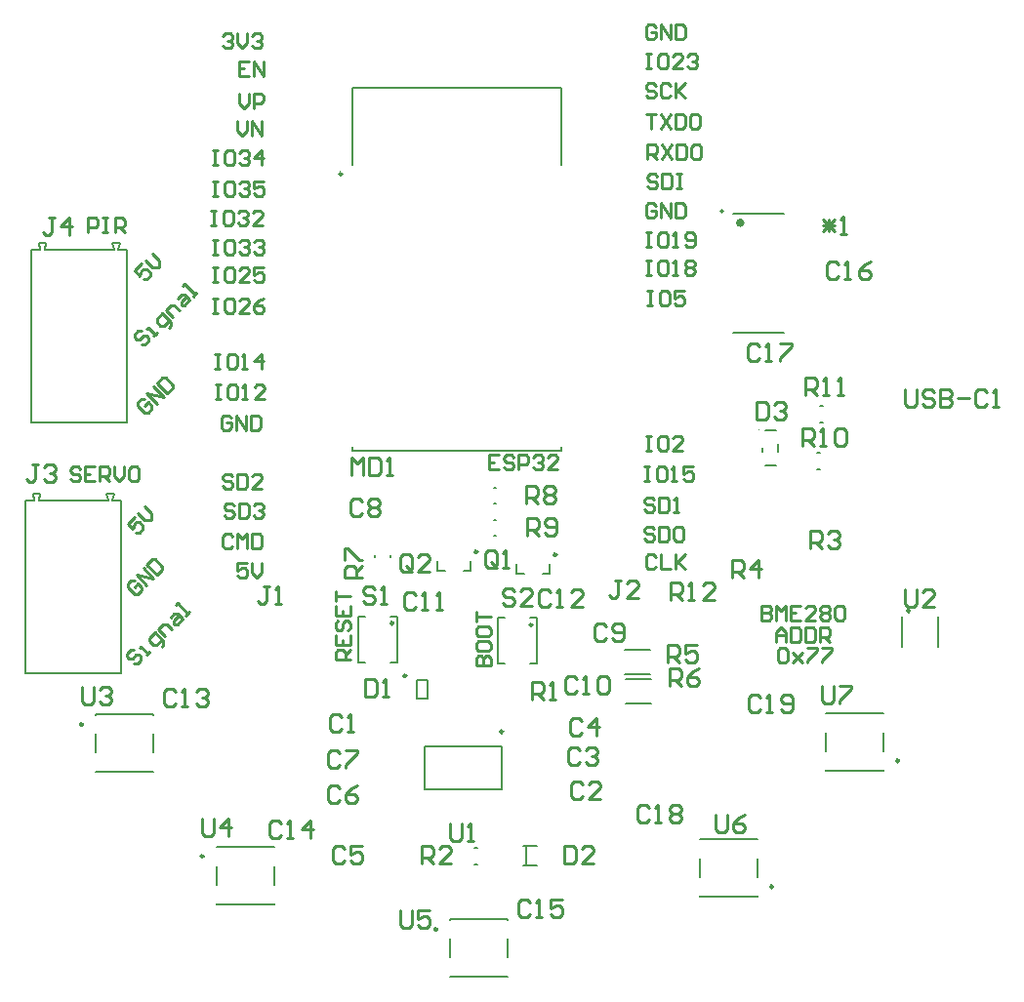
<source format=gto>
G04*
G04 #@! TF.GenerationSoftware,Altium Limited,Altium Designer,23.3.1 (30)*
G04*
G04 Layer_Color=65535*
%FSLAX44Y44*%
%MOMM*%
G71*
G04*
G04 #@! TF.SameCoordinates,11343DF2-346A-4928-BBB7-4E1EB81EA5CC*
G04*
G04*
G04 #@! TF.FilePolarity,Positive*
G04*
G01*
G75*
%ADD10C,0.2500*%
%ADD11C,0.2000*%
%ADD12C,0.3000*%
%ADD13C,0.1000*%
%ADD14C,0.2540*%
D10*
X993070Y877410D02*
G03*
X993070Y877410I-1250J0D01*
G01*
X807030Y1207820D02*
G03*
X807030Y1207820I-1250J0D01*
G01*
X582240Y730240D02*
G03*
X582240Y730240I-1250J0D01*
G01*
X1299600Y828760D02*
G03*
X1299600Y828760I-1250J0D01*
G01*
X686957Y615721D02*
G03*
X686957Y615721I-1250J0D01*
G01*
X889580Y552440D02*
G03*
X889580Y552440I-1250J0D01*
G01*
X1290070Y698520D02*
G03*
X1290070Y698520I-1250J0D01*
G01*
X862800Y772330D02*
G03*
X862800Y772330I-1250J0D01*
G01*
X972100Y816640D02*
G03*
X972100Y816640I-1250J0D01*
G01*
X1180850Y589280D02*
G03*
X1180850Y589280I-1250J0D01*
G01*
X946610Y723900D02*
G03*
X946610Y723900I-1250J0D01*
G01*
X851450Y817910D02*
G03*
X851450Y817910I-1250J0D01*
G01*
X924490Y879950D02*
G03*
X924490Y879950I-1250J0D01*
G01*
D11*
X1137400Y1175410D02*
G03*
X1137400Y1175410I-1000J0D01*
G01*
X987420Y860910D02*
Y869060D01*
X980820Y860910D02*
X987420D01*
X958220D02*
Y869060D01*
Y860910D02*
X964820D01*
X816280Y1216070D02*
Y1282720D01*
Y967720D02*
Y970970D01*
Y967720D02*
X997280D01*
Y1216070D02*
Y1282720D01*
Y967720D02*
Y970970D01*
X816280Y1282720D02*
X997280D01*
X593490Y738740D02*
X643490D01*
X593490Y688740D02*
X643490D01*
X593490D02*
Y689240D01*
X643490Y688740D02*
Y689240D01*
Y738240D02*
Y738740D01*
X593490Y738240D02*
Y738740D01*
Y705740D02*
Y721740D01*
X643490Y705740D02*
Y721740D01*
X544040Y924630D02*
X604040D01*
X532540D02*
X540040D01*
X544040D02*
X545290Y930630D01*
X538790D02*
X540040Y924630D01*
X538790Y930630D02*
X545290D01*
X608040Y924630D02*
X615540D01*
X608040D02*
X609290Y930630D01*
X602790D02*
X604040Y924630D01*
X602790Y930630D02*
X609290D01*
X532540Y774630D02*
X615540D01*
X532540D02*
Y924630D01*
X615540Y774630D02*
Y924630D01*
X549120Y1141800D02*
X609120D01*
X537620D02*
X545120D01*
X549120D02*
X550370Y1147800D01*
X543870D02*
X545120Y1141800D01*
X543870Y1147800D02*
X550370D01*
X613120Y1141800D02*
X620620D01*
X613120D02*
X614370Y1147800D01*
X607870D02*
X609120Y1141800D01*
X607870Y1147800D02*
X614370D01*
X537620Y991800D02*
X620620D01*
X537620D02*
Y1141800D01*
X620620Y991800D02*
Y1141800D01*
X1323600Y797260D02*
Y823260D01*
X1292600Y797260D02*
Y823260D01*
X1219220Y965850D02*
X1221720D01*
X1219220Y951850D02*
X1221720D01*
X938800Y907180D02*
X940800D01*
X938800Y893680D02*
X940800D01*
X698207Y624221D02*
X748207D01*
X698207Y574221D02*
X748207D01*
X698207D02*
Y574721D01*
X748207Y574221D02*
Y574721D01*
Y623721D02*
Y624221D01*
X698207Y623721D02*
Y624221D01*
Y591221D02*
Y607221D01*
X748207Y591221D02*
Y607221D01*
X950830Y527940D02*
Y543940D01*
X900830Y527940D02*
Y543940D01*
Y560440D02*
Y560940D01*
X950830Y560440D02*
Y560940D01*
Y510940D02*
Y511440D01*
X900830Y510940D02*
Y511440D01*
Y510940D02*
X950830D01*
X900830Y560940D02*
X950830D01*
X1226320Y707020D02*
Y723020D01*
X1276320Y707020D02*
Y723020D01*
Y690020D02*
Y690520D01*
X1226320Y690020D02*
Y690520D01*
Y739520D02*
Y740020D01*
X1276320Y739520D02*
Y740020D01*
X1226320D02*
X1276320D01*
X1226320Y690020D02*
X1276320D01*
X964280Y624450D02*
X976280D01*
X964280Y607450D02*
X976280D01*
X967030Y608200D02*
Y623700D01*
X922040Y622950D02*
X924540D01*
X922040Y608950D02*
X924540D01*
X871800Y752480D02*
X880800D01*
X871800Y768980D02*
X880800D01*
X871800Y752480D02*
Y768980D01*
X880800Y752480D02*
Y768980D01*
X1146400Y1172910D02*
X1190400D01*
X1146400Y1069910D02*
X1190400D01*
X941850Y782640D02*
Y822640D01*
Y782640D02*
X947850D01*
X941850Y822640D02*
X947850D01*
X975850Y782640D02*
Y822640D01*
X969850D02*
X975850D01*
X969850Y782640D02*
X975850D01*
X1117100Y597780D02*
Y613780D01*
X1167100Y597780D02*
Y613780D01*
Y580780D02*
Y581280D01*
X1117100Y580780D02*
Y581280D01*
Y630280D02*
Y630780D01*
X1167100Y630280D02*
Y630780D01*
X1117100D02*
X1167100D01*
X1117100Y580780D02*
X1167100D01*
X878360Y710650D02*
X945360D01*
X878360Y673650D02*
X945360D01*
Y710650D01*
X878360Y673650D02*
Y710650D01*
X821200Y783910D02*
Y823910D01*
Y783910D02*
X827200D01*
X821200Y823910D02*
X827200D01*
X855200Y783910D02*
Y823910D01*
X849200D02*
X855200D01*
X849200Y783910D02*
X855200D01*
X889640Y863450D02*
X896240D01*
X889640D02*
Y871600D01*
X912240Y863450D02*
X918840D01*
Y871600D01*
X938800Y935120D02*
X940800D01*
X938800Y921620D02*
X940800D01*
X848760Y875300D02*
Y877300D01*
X835260Y875300D02*
Y877300D01*
X1053260Y748030D02*
X1075260D01*
X1053260Y769530D02*
X1075260D01*
X1051990Y773430D02*
X1073990D01*
X1051990Y794930D02*
X1073990D01*
X1221760Y992490D02*
X1224260D01*
X1221760Y1006490D02*
X1224260D01*
X1174060Y985280D02*
X1183060D01*
X1174060Y955280D02*
X1183060D01*
X1171560Y966780D02*
Y969780D01*
X1185560Y966780D02*
Y973780D01*
D12*
X1154400Y1165410D02*
G03*
X1154400Y1165410I-2000J0D01*
G01*
D13*
X1169060Y985780D02*
G03*
X1169060Y985780I-500J0D01*
G01*
D14*
X1079074Y875450D02*
X1076958Y877566D01*
X1072726D01*
X1070610Y875450D01*
Y866986D01*
X1072726Y864870D01*
X1076958D01*
X1079074Y866986D01*
X1083306Y877566D02*
Y864870D01*
X1091770D01*
X1096002Y877566D02*
Y864870D01*
Y869102D01*
X1104466Y877566D01*
X1098118Y871218D01*
X1104466Y864870D01*
X586740Y1156970D02*
Y1169666D01*
X593088D01*
X595204Y1167550D01*
Y1163318D01*
X593088Y1161202D01*
X586740D01*
X599436Y1169666D02*
X603668D01*
X601552D01*
Y1156970D01*
X599436D01*
X603668D01*
X610016D02*
Y1169666D01*
X616364D01*
X618480Y1167550D01*
Y1163318D01*
X616364Y1161202D01*
X610016D01*
X614248D02*
X618480Y1156970D01*
X703580Y1327570D02*
X705696Y1329686D01*
X709928D01*
X712044Y1327570D01*
Y1325454D01*
X709928Y1323338D01*
X707812D01*
X709928D01*
X712044Y1321222D01*
Y1319106D01*
X709928Y1316990D01*
X705696D01*
X703580Y1319106D01*
X716276Y1329686D02*
Y1321222D01*
X720508Y1316990D01*
X724740Y1321222D01*
Y1329686D01*
X728972Y1327570D02*
X731088Y1329686D01*
X735320D01*
X737436Y1327570D01*
Y1325454D01*
X735320Y1323338D01*
X733204D01*
X735320D01*
X737436Y1321222D01*
Y1319106D01*
X735320Y1316990D01*
X731088D01*
X728972Y1319106D01*
X694690Y1126486D02*
X698922D01*
X696806D01*
Y1113790D01*
X694690D01*
X698922D01*
X711618Y1126486D02*
X707386D01*
X705270Y1124370D01*
Y1115906D01*
X707386Y1113790D01*
X711618D01*
X713734Y1115906D01*
Y1124370D01*
X711618Y1126486D01*
X726430Y1113790D02*
X717966D01*
X726430Y1122254D01*
Y1124370D01*
X724314Y1126486D01*
X720082D01*
X717966Y1124370D01*
X739126Y1126486D02*
X730662D01*
Y1120138D01*
X734894Y1122254D01*
X737010D01*
X739126Y1120138D01*
Y1115906D01*
X737010Y1113790D01*
X732778D01*
X730662Y1115906D01*
X626701Y794751D02*
X623709Y794751D01*
X620716Y791758D01*
Y788766D01*
X622213Y787269D01*
X625205D01*
X628198Y790262D01*
X631190Y790262D01*
X632686Y788766D01*
X632686Y785773D01*
X629694Y782781D01*
X626701D01*
X637175Y790262D02*
X640167Y793254D01*
X638671Y791758D01*
X632686Y797743D01*
X631190Y796247D01*
X650641Y797743D02*
X652137Y799239D01*
Y802232D01*
X644656Y809713D01*
X640167Y805224D01*
X640167Y802232D01*
X643160Y799239D01*
X646152D01*
X650641Y803728D01*
X653633Y806720D02*
X647648Y812705D01*
X652137Y817194D01*
X655130D01*
X659618Y812705D01*
X658122Y823179D02*
X661115Y826171D01*
X664107D01*
X668596Y821683D01*
X664107Y817194D01*
X661115D01*
X661115Y820186D01*
X665603Y824675D01*
X671588Y824675D02*
X674581Y827667D01*
X673084Y826171D01*
X664107Y835149D01*
X662611Y833652D01*
X1184910Y794170D02*
X1187026Y796286D01*
X1191258D01*
X1193374Y794170D01*
Y785706D01*
X1191258Y783590D01*
X1187026D01*
X1184910Y785706D01*
Y794170D01*
X1197606Y792054D02*
X1206070Y783590D01*
X1201838Y787822D01*
X1206070Y792054D01*
X1197606Y783590D01*
X1210302Y796286D02*
X1218766D01*
Y794170D01*
X1210302Y785706D01*
Y783590D01*
X1222998Y796286D02*
X1231462D01*
Y794170D01*
X1222998Y785706D01*
Y783590D01*
X1183640Y801370D02*
Y809834D01*
X1187872Y814066D01*
X1192104Y809834D01*
Y801370D01*
Y807718D01*
X1183640D01*
X1196336Y814066D02*
Y801370D01*
X1202684D01*
X1204800Y803486D01*
Y811950D01*
X1202684Y814066D01*
X1196336D01*
X1209032D02*
Y801370D01*
X1215380D01*
X1217496Y803486D01*
Y811950D01*
X1215380Y814066D01*
X1209032D01*
X1221728Y801370D02*
Y814066D01*
X1228076D01*
X1230192Y811950D01*
Y807718D01*
X1228076Y805602D01*
X1221728D01*
X1225960D02*
X1230192Y801370D01*
X814070Y786130D02*
X801374D01*
Y792478D01*
X803490Y794594D01*
X807722D01*
X809838Y792478D01*
Y786130D01*
Y790362D02*
X814070Y794594D01*
X801374Y807290D02*
Y798826D01*
X814070D01*
Y807290D01*
X807722Y798826D02*
Y803058D01*
X803490Y819986D02*
X801374Y817870D01*
Y813638D01*
X803490Y811522D01*
X805606D01*
X807722Y813638D01*
Y817870D01*
X809838Y819986D01*
X811954D01*
X814070Y817870D01*
Y813638D01*
X811954Y811522D01*
X801374Y832682D02*
Y824218D01*
X814070D01*
Y832682D01*
X807722Y824218D02*
Y828450D01*
X801374Y836914D02*
Y845378D01*
Y841145D01*
X814070D01*
X943184Y963926D02*
X934720D01*
Y951230D01*
X943184D01*
X934720Y957578D02*
X938952D01*
X955880Y961810D02*
X953764Y963926D01*
X949532D01*
X947416Y961810D01*
Y959694D01*
X949532Y957578D01*
X953764D01*
X955880Y955462D01*
Y953346D01*
X953764Y951230D01*
X949532D01*
X947416Y953346D01*
X960112Y951230D02*
Y963926D01*
X966460D01*
X968576Y961810D01*
Y957578D01*
X966460Y955462D01*
X960112D01*
X972808Y961810D02*
X974924Y963926D01*
X979156D01*
X981272Y961810D01*
Y959694D01*
X979156Y957578D01*
X977040D01*
X979156D01*
X981272Y955462D01*
Y953346D01*
X979156Y951230D01*
X974924D01*
X972808Y953346D01*
X993968Y951230D02*
X985503D01*
X993968Y959694D01*
Y961810D01*
X991852Y963926D01*
X987619D01*
X985503Y961810D01*
X579964Y951650D02*
X577848Y953766D01*
X573616D01*
X571500Y951650D01*
Y949534D01*
X573616Y947418D01*
X577848D01*
X579964Y945302D01*
Y943186D01*
X577848Y941070D01*
X573616D01*
X571500Y943186D01*
X592660Y953766D02*
X584196D01*
Y941070D01*
X592660D01*
X584196Y947418D02*
X588428D01*
X596892Y941070D02*
Y953766D01*
X603240D01*
X605356Y951650D01*
Y947418D01*
X603240Y945302D01*
X596892D01*
X601124D02*
X605356Y941070D01*
X609588Y953766D02*
Y945302D01*
X613820Y941070D01*
X618052Y945302D01*
Y953766D01*
X628632D02*
X624399D01*
X622284Y951650D01*
Y943186D01*
X624399Y941070D01*
X628632D01*
X630747Y943186D01*
Y951650D01*
X628632Y953766D01*
X626927Y910094D02*
X620943Y904109D01*
X625431Y899621D01*
X626927Y904109D01*
X628424Y905606D01*
X631416D01*
X634409Y902613D01*
X634409Y899621D01*
X631416Y896628D01*
X628424D01*
X629920Y913087D02*
X635905Y907102D01*
X641890D01*
Y913087D01*
X635905Y919072D01*
X627154Y855258D02*
X624161Y855258D01*
X621169Y852266D01*
Y849273D01*
X627154Y843288D01*
X630146D01*
X633139Y846281D01*
X633139Y849273D01*
X630146Y852266D01*
X627154Y849273D01*
X637627Y850770D02*
X628650Y859747D01*
X643612Y856754D01*
X634635Y865732D01*
X637627Y868724D02*
X646605Y859747D01*
X651093Y864236D01*
X651093Y867228D01*
X645108Y873213D01*
X642116Y873213D01*
X637627Y868724D01*
X633051Y1071611D02*
X630059Y1071611D01*
X627066Y1068618D01*
Y1065626D01*
X628563Y1064129D01*
X631555D01*
X634548Y1067122D01*
X637540Y1067122D01*
X639036Y1065626D01*
X639036Y1062633D01*
X636044Y1059641D01*
X633051D01*
X643525Y1067122D02*
X646517Y1070114D01*
X645021Y1068618D01*
X639036Y1074603D01*
X637540Y1073107D01*
X656991Y1074603D02*
X658487Y1076099D01*
Y1079092D01*
X651006Y1086573D01*
X646517Y1082084D01*
X646517Y1079092D01*
X649510Y1076099D01*
X652502D01*
X656991Y1080588D01*
X659983Y1083580D02*
X653998Y1089565D01*
X658487Y1094054D01*
X661480D01*
X665968Y1089565D01*
X664472Y1100039D02*
X667465Y1103031D01*
X670457D01*
X674946Y1098543D01*
X670457Y1094054D01*
X667465D01*
X667465Y1097046D01*
X671953Y1101535D01*
X677938Y1101535D02*
X680930Y1104528D01*
X679434Y1103031D01*
X670457Y1112009D01*
X668961Y1110512D01*
X636044Y1012738D02*
X633051Y1012738D01*
X630059Y1009746D01*
Y1006753D01*
X636044Y1000768D01*
X639036D01*
X642029Y1003761D01*
X642029Y1006753D01*
X639036Y1009746D01*
X636044Y1006753D01*
X646517Y1008250D02*
X637540Y1017227D01*
X652502Y1014234D01*
X643525Y1023212D01*
X646517Y1026204D02*
X655495Y1017227D01*
X659983Y1021715D01*
X659983Y1024708D01*
X653998Y1030693D01*
X651006Y1030693D01*
X646517Y1026204D01*
X633278Y1129804D02*
X627293Y1123819D01*
X631781Y1119331D01*
X633278Y1123820D01*
X634774Y1125316D01*
X637766D01*
X640759Y1122323D01*
X640759Y1119331D01*
X637766Y1116338D01*
X634774D01*
X636270Y1132797D02*
X642255Y1126812D01*
X648240D01*
Y1132797D01*
X642255Y1138782D01*
X1170940Y833116D02*
Y820420D01*
X1177288D01*
X1179404Y822536D01*
Y824652D01*
X1177288Y826768D01*
X1170940D01*
X1177288D01*
X1179404Y828884D01*
Y831000D01*
X1177288Y833116D01*
X1170940D01*
X1183636Y820420D02*
Y833116D01*
X1187868Y828884D01*
X1192100Y833116D01*
Y820420D01*
X1204796Y833116D02*
X1196332D01*
Y820420D01*
X1204796D01*
X1196332Y826768D02*
X1200564D01*
X1217492Y820420D02*
X1209028D01*
X1217492Y828884D01*
Y831000D01*
X1215376Y833116D01*
X1211144D01*
X1209028Y831000D01*
X1221723D02*
X1223839Y833116D01*
X1228072D01*
X1230188Y831000D01*
Y828884D01*
X1228072Y826768D01*
X1230188Y824652D01*
Y822536D01*
X1228072Y820420D01*
X1223839D01*
X1221723Y822536D01*
Y824652D01*
X1223839Y826768D01*
X1221723Y828884D01*
Y831000D01*
X1223839Y826768D02*
X1228072D01*
X1234419Y831000D02*
X1236535Y833116D01*
X1240767D01*
X1242883Y831000D01*
Y822536D01*
X1240767Y820420D01*
X1236535D01*
X1234419Y822536D01*
Y831000D01*
X726014Y1305556D02*
X717550D01*
Y1292860D01*
X726014D01*
X717550Y1299208D02*
X721782D01*
X730246Y1292860D02*
Y1305556D01*
X738710Y1292860D01*
Y1305556D01*
X717550Y1277616D02*
Y1269152D01*
X721782Y1264920D01*
X726014Y1269152D01*
Y1277616D01*
X730246Y1264920D02*
Y1277616D01*
X736594D01*
X738710Y1275500D01*
Y1271268D01*
X736594Y1269152D01*
X730246D01*
X716280Y1253486D02*
Y1245022D01*
X720512Y1240790D01*
X724744Y1245022D01*
Y1253486D01*
X728976Y1240790D02*
Y1253486D01*
X737440Y1240790D01*
Y1253486D01*
X694690Y1228086D02*
X698922D01*
X696806D01*
Y1215390D01*
X694690D01*
X698922D01*
X711618Y1228086D02*
X707386D01*
X705270Y1225970D01*
Y1217506D01*
X707386Y1215390D01*
X711618D01*
X713734Y1217506D01*
Y1225970D01*
X711618Y1228086D01*
X717966Y1225970D02*
X720082Y1228086D01*
X724314D01*
X726430Y1225970D01*
Y1223854D01*
X724314Y1221738D01*
X722198D01*
X724314D01*
X726430Y1219622D01*
Y1217506D01*
X724314Y1215390D01*
X720082D01*
X717966Y1217506D01*
X737010Y1215390D02*
Y1228086D01*
X730662Y1221738D01*
X739126D01*
X694690Y1201416D02*
X698922D01*
X696806D01*
Y1188720D01*
X694690D01*
X698922D01*
X711618Y1201416D02*
X707386D01*
X705270Y1199300D01*
Y1190836D01*
X707386Y1188720D01*
X711618D01*
X713734Y1190836D01*
Y1199300D01*
X711618Y1201416D01*
X717966Y1199300D02*
X720082Y1201416D01*
X724314D01*
X726430Y1199300D01*
Y1197184D01*
X724314Y1195068D01*
X722198D01*
X724314D01*
X726430Y1192952D01*
Y1190836D01*
X724314Y1188720D01*
X720082D01*
X717966Y1190836D01*
X739126Y1201416D02*
X730662D01*
Y1195068D01*
X734894Y1197184D01*
X737010D01*
X739126Y1195068D01*
Y1190836D01*
X737010Y1188720D01*
X732778D01*
X730662Y1190836D01*
X693420Y1176016D02*
X697652D01*
X695536D01*
Y1163320D01*
X693420D01*
X697652D01*
X710348Y1176016D02*
X706116D01*
X704000Y1173900D01*
Y1165436D01*
X706116Y1163320D01*
X710348D01*
X712464Y1165436D01*
Y1173900D01*
X710348Y1176016D01*
X716696Y1173900D02*
X718812Y1176016D01*
X723044D01*
X725160Y1173900D01*
Y1171784D01*
X723044Y1169668D01*
X720928D01*
X723044D01*
X725160Y1167552D01*
Y1165436D01*
X723044Y1163320D01*
X718812D01*
X716696Y1165436D01*
X737856Y1163320D02*
X729392D01*
X737856Y1171784D01*
Y1173900D01*
X735740Y1176016D01*
X731508D01*
X729392Y1173900D01*
X694690Y1150616D02*
X698922D01*
X696806D01*
Y1137920D01*
X694690D01*
X698922D01*
X711618Y1150616D02*
X707386D01*
X705270Y1148500D01*
Y1140036D01*
X707386Y1137920D01*
X711618D01*
X713734Y1140036D01*
Y1148500D01*
X711618Y1150616D01*
X717966Y1148500D02*
X720082Y1150616D01*
X724314D01*
X726430Y1148500D01*
Y1146384D01*
X724314Y1144268D01*
X722198D01*
X724314D01*
X726430Y1142152D01*
Y1140036D01*
X724314Y1137920D01*
X720082D01*
X717966Y1140036D01*
X730662Y1148500D02*
X732778Y1150616D01*
X737010D01*
X739126Y1148500D01*
Y1146384D01*
X737010Y1144268D01*
X734894D01*
X737010D01*
X739126Y1142152D01*
Y1140036D01*
X737010Y1137920D01*
X732778D01*
X730662Y1140036D01*
X694690Y1099816D02*
X698922D01*
X696806D01*
Y1087120D01*
X694690D01*
X698922D01*
X711618Y1099816D02*
X707386D01*
X705270Y1097700D01*
Y1089236D01*
X707386Y1087120D01*
X711618D01*
X713734Y1089236D01*
Y1097700D01*
X711618Y1099816D01*
X726430Y1087120D02*
X717966D01*
X726430Y1095584D01*
Y1097700D01*
X724314Y1099816D01*
X720082D01*
X717966Y1097700D01*
X739126Y1099816D02*
X734894Y1097700D01*
X730662Y1093468D01*
Y1089236D01*
X732778Y1087120D01*
X737010D01*
X739126Y1089236D01*
Y1091352D01*
X737010Y1093468D01*
X730662D01*
X696820Y1051626D02*
X701052D01*
X698936D01*
Y1038930D01*
X696820D01*
X701052D01*
X713748Y1051626D02*
X709516D01*
X707400Y1049510D01*
Y1041046D01*
X709516Y1038930D01*
X713748D01*
X715864Y1041046D01*
Y1049510D01*
X713748Y1051626D01*
X720096Y1038930D02*
X724328D01*
X722212D01*
Y1051626D01*
X720096Y1049510D01*
X737024Y1038930D02*
Y1051626D01*
X730676Y1045278D01*
X739140D01*
X697230Y1024886D02*
X701462D01*
X699346D01*
Y1012190D01*
X697230D01*
X701462D01*
X714158Y1024886D02*
X709926D01*
X707810Y1022770D01*
Y1014306D01*
X709926Y1012190D01*
X714158D01*
X716274Y1014306D01*
Y1022770D01*
X714158Y1024886D01*
X720506Y1012190D02*
X724738D01*
X722622D01*
Y1024886D01*
X720506Y1022770D01*
X739550Y1012190D02*
X731086D01*
X739550Y1020654D01*
Y1022770D01*
X737434Y1024886D01*
X733202D01*
X731086Y1022770D01*
X710774Y996100D02*
X708658Y998216D01*
X704426D01*
X702310Y996100D01*
Y987636D01*
X704426Y985520D01*
X708658D01*
X710774Y987636D01*
Y991868D01*
X706542D01*
X715006Y985520D02*
Y998216D01*
X723470Y985520D01*
Y998216D01*
X727702D02*
Y985520D01*
X734050D01*
X736166Y987636D01*
Y996100D01*
X734050Y998216D01*
X727702D01*
X712044Y945300D02*
X709928Y947416D01*
X705696D01*
X703580Y945300D01*
Y943184D01*
X705696Y941068D01*
X709928D01*
X712044Y938952D01*
Y936836D01*
X709928Y934720D01*
X705696D01*
X703580Y936836D01*
X716276Y947416D02*
Y934720D01*
X722624D01*
X724740Y936836D01*
Y945300D01*
X722624Y947416D01*
X716276D01*
X737436Y934720D02*
X728972D01*
X737436Y943184D01*
Y945300D01*
X735320Y947416D01*
X731088D01*
X728972Y945300D01*
X713314Y919900D02*
X711198Y922016D01*
X706966D01*
X704850Y919900D01*
Y917784D01*
X706966Y915668D01*
X711198D01*
X713314Y913552D01*
Y911436D01*
X711198Y909320D01*
X706966D01*
X704850Y911436D01*
X717546Y922016D02*
Y909320D01*
X723894D01*
X726010Y911436D01*
Y919900D01*
X723894Y922016D01*
X717546D01*
X730242Y919900D02*
X732358Y922016D01*
X736590D01*
X738706Y919900D01*
Y917784D01*
X736590Y915668D01*
X734474D01*
X736590D01*
X738706Y913552D01*
Y911436D01*
X736590Y909320D01*
X732358D01*
X730242Y911436D01*
X712044Y893230D02*
X709928Y895346D01*
X705696D01*
X703580Y893230D01*
Y884766D01*
X705696Y882650D01*
X709928D01*
X712044Y884766D01*
X716276Y882650D02*
Y895346D01*
X720508Y891114D01*
X724740Y895346D01*
Y882650D01*
X728972Y895346D02*
Y882650D01*
X735320D01*
X737436Y884766D01*
Y893230D01*
X735320Y895346D01*
X728972D01*
X724744Y869946D02*
X716280D01*
Y863598D01*
X720512Y865714D01*
X722628D01*
X724744Y863598D01*
Y859366D01*
X722628Y857250D01*
X718396D01*
X716280Y859366D01*
X728976Y869946D02*
Y861482D01*
X733208Y857250D01*
X737440Y861482D01*
Y869946D01*
X923294Y781050D02*
X935990D01*
Y787398D01*
X933874Y789514D01*
X931758D01*
X929642Y787398D01*
Y781050D01*
Y787398D01*
X927526Y789514D01*
X925410D01*
X923294Y787398D01*
Y781050D01*
Y800094D02*
Y795862D01*
X925410Y793746D01*
X933874D01*
X935990Y795862D01*
Y800094D01*
X933874Y802210D01*
X925410D01*
X923294Y800094D01*
Y812790D02*
Y808558D01*
X925410Y806442D01*
X933874D01*
X935990Y808558D01*
Y812790D01*
X933874Y814906D01*
X925410D01*
X923294Y812790D01*
Y819138D02*
Y827602D01*
Y823370D01*
X935990D01*
X1079074Y1335190D02*
X1076958Y1337306D01*
X1072726D01*
X1070610Y1335190D01*
Y1326726D01*
X1072726Y1324610D01*
X1076958D01*
X1079074Y1326726D01*
Y1330958D01*
X1074842D01*
X1083306Y1324610D02*
Y1337306D01*
X1091770Y1324610D01*
Y1337306D01*
X1096002D02*
Y1324610D01*
X1102350D01*
X1104466Y1326726D01*
Y1335190D01*
X1102350Y1337306D01*
X1096002D01*
X1070610Y1311906D02*
X1074842D01*
X1072726D01*
Y1299210D01*
X1070610D01*
X1074842D01*
X1087538Y1311906D02*
X1083306D01*
X1081190Y1309790D01*
Y1301326D01*
X1083306Y1299210D01*
X1087538D01*
X1089654Y1301326D01*
Y1309790D01*
X1087538Y1311906D01*
X1102350Y1299210D02*
X1093886D01*
X1102350Y1307674D01*
Y1309790D01*
X1100234Y1311906D01*
X1096002D01*
X1093886Y1309790D01*
X1106582D02*
X1108698Y1311906D01*
X1112930D01*
X1115046Y1309790D01*
Y1307674D01*
X1112930Y1305558D01*
X1110814D01*
X1112930D01*
X1115046Y1303442D01*
Y1301326D01*
X1112930Y1299210D01*
X1108698D01*
X1106582Y1301326D01*
X1079074Y1284390D02*
X1076958Y1286506D01*
X1072726D01*
X1070610Y1284390D01*
Y1282274D01*
X1072726Y1280158D01*
X1076958D01*
X1079074Y1278042D01*
Y1275926D01*
X1076958Y1273810D01*
X1072726D01*
X1070610Y1275926D01*
X1091770Y1284390D02*
X1089654Y1286506D01*
X1085422D01*
X1083306Y1284390D01*
Y1275926D01*
X1085422Y1273810D01*
X1089654D01*
X1091770Y1275926D01*
X1096002Y1286506D02*
Y1273810D01*
Y1278042D01*
X1104466Y1286506D01*
X1098118Y1280158D01*
X1104466Y1273810D01*
X1070610Y1259836D02*
X1079074D01*
X1074842D01*
Y1247140D01*
X1083306Y1259836D02*
X1091770Y1247140D01*
Y1259836D02*
X1083306Y1247140D01*
X1096002Y1259836D02*
Y1247140D01*
X1102350D01*
X1104466Y1249256D01*
Y1257720D01*
X1102350Y1259836D01*
X1096002D01*
X1108698Y1257720D02*
X1110814Y1259836D01*
X1115046D01*
X1117162Y1257720D01*
Y1249256D01*
X1115046Y1247140D01*
X1110814D01*
X1108698Y1249256D01*
Y1257720D01*
X1071880Y1220470D02*
Y1233166D01*
X1078228D01*
X1080344Y1231050D01*
Y1226818D01*
X1078228Y1224702D01*
X1071880D01*
X1076112D02*
X1080344Y1220470D01*
X1084576Y1233166D02*
X1093040Y1220470D01*
Y1233166D02*
X1084576Y1220470D01*
X1097272Y1233166D02*
Y1220470D01*
X1103620D01*
X1105736Y1222586D01*
Y1231050D01*
X1103620Y1233166D01*
X1097272D01*
X1109968Y1231050D02*
X1112084Y1233166D01*
X1116316D01*
X1118432Y1231050D01*
Y1222586D01*
X1116316Y1220470D01*
X1112084D01*
X1109968Y1222586D01*
Y1231050D01*
X1080344Y1205650D02*
X1078228Y1207766D01*
X1073996D01*
X1071880Y1205650D01*
Y1203534D01*
X1073996Y1201418D01*
X1078228D01*
X1080344Y1199302D01*
Y1197186D01*
X1078228Y1195070D01*
X1073996D01*
X1071880Y1197186D01*
X1084576Y1207766D02*
Y1195070D01*
X1090924D01*
X1093040Y1197186D01*
Y1205650D01*
X1090924Y1207766D01*
X1084576D01*
X1097272D02*
X1101504D01*
X1099388D01*
Y1195070D01*
X1097272D01*
X1101504D01*
X1079074Y1180250D02*
X1076958Y1182366D01*
X1072726D01*
X1070610Y1180250D01*
Y1171786D01*
X1072726Y1169670D01*
X1076958D01*
X1079074Y1171786D01*
Y1176018D01*
X1074842D01*
X1083306Y1169670D02*
Y1182366D01*
X1091770Y1169670D01*
Y1182366D01*
X1096002D02*
Y1169670D01*
X1102350D01*
X1104466Y1171786D01*
Y1180250D01*
X1102350Y1182366D01*
X1096002D01*
X1070610Y1156966D02*
X1074842D01*
X1072726D01*
Y1144270D01*
X1070610D01*
X1074842D01*
X1087538Y1156966D02*
X1083306D01*
X1081190Y1154850D01*
Y1146386D01*
X1083306Y1144270D01*
X1087538D01*
X1089654Y1146386D01*
Y1154850D01*
X1087538Y1156966D01*
X1093886Y1144270D02*
X1098118D01*
X1096002D01*
Y1156966D01*
X1093886Y1154850D01*
X1104466Y1146386D02*
X1106582Y1144270D01*
X1110814D01*
X1112930Y1146386D01*
Y1154850D01*
X1110814Y1156966D01*
X1106582D01*
X1104466Y1154850D01*
Y1152734D01*
X1106582Y1150618D01*
X1112930D01*
X1070610Y1132836D02*
X1074842D01*
X1072726D01*
Y1120140D01*
X1070610D01*
X1074842D01*
X1087538Y1132836D02*
X1083306D01*
X1081190Y1130720D01*
Y1122256D01*
X1083306Y1120140D01*
X1087538D01*
X1089654Y1122256D01*
Y1130720D01*
X1087538Y1132836D01*
X1093886Y1120140D02*
X1098118D01*
X1096002D01*
Y1132836D01*
X1093886Y1130720D01*
X1104466D02*
X1106582Y1132836D01*
X1110814D01*
X1112930Y1130720D01*
Y1128604D01*
X1110814Y1126488D01*
X1112930Y1124372D01*
Y1122256D01*
X1110814Y1120140D01*
X1106582D01*
X1104466Y1122256D01*
Y1124372D01*
X1106582Y1126488D01*
X1104466Y1128604D01*
Y1130720D01*
X1106582Y1126488D02*
X1110814D01*
X1071880Y1106166D02*
X1076112D01*
X1073996D01*
Y1093470D01*
X1071880D01*
X1076112D01*
X1088808Y1106166D02*
X1084576D01*
X1082460Y1104050D01*
Y1095586D01*
X1084576Y1093470D01*
X1088808D01*
X1090924Y1095586D01*
Y1104050D01*
X1088808Y1106166D01*
X1103620D02*
X1095156D01*
Y1099818D01*
X1099388Y1101934D01*
X1101504D01*
X1103620Y1099818D01*
Y1095586D01*
X1101504Y1093470D01*
X1097272D01*
X1095156Y1095586D01*
X1070610Y980436D02*
X1074842D01*
X1072726D01*
Y967740D01*
X1070610D01*
X1074842D01*
X1087538Y980436D02*
X1083306D01*
X1081190Y978320D01*
Y969856D01*
X1083306Y967740D01*
X1087538D01*
X1089654Y969856D01*
Y978320D01*
X1087538Y980436D01*
X1102350Y967740D02*
X1093886D01*
X1102350Y976204D01*
Y978320D01*
X1100234Y980436D01*
X1096002D01*
X1093886Y978320D01*
X1069340Y953766D02*
X1073572D01*
X1071456D01*
Y941070D01*
X1069340D01*
X1073572D01*
X1086268Y953766D02*
X1082036D01*
X1079920Y951650D01*
Y943186D01*
X1082036Y941070D01*
X1086268D01*
X1088384Y943186D01*
Y951650D01*
X1086268Y953766D01*
X1092616Y941070D02*
X1096848D01*
X1094732D01*
Y953766D01*
X1092616Y951650D01*
X1111660Y953766D02*
X1103196D01*
Y947418D01*
X1107428Y949534D01*
X1109544D01*
X1111660Y947418D01*
Y943186D01*
X1109544Y941070D01*
X1105312D01*
X1103196Y943186D01*
X1077804Y924980D02*
X1075688Y927096D01*
X1071456D01*
X1069340Y924980D01*
Y922864D01*
X1071456Y920748D01*
X1075688D01*
X1077804Y918632D01*
Y916516D01*
X1075688Y914400D01*
X1071456D01*
X1069340Y916516D01*
X1082036Y927096D02*
Y914400D01*
X1088384D01*
X1090500Y916516D01*
Y924980D01*
X1088384Y927096D01*
X1082036D01*
X1094732Y914400D02*
X1098964D01*
X1096848D01*
Y927096D01*
X1094732Y924980D01*
X1077804Y899580D02*
X1075688Y901696D01*
X1071456D01*
X1069340Y899580D01*
Y897464D01*
X1071456Y895348D01*
X1075688D01*
X1077804Y893232D01*
Y891116D01*
X1075688Y889000D01*
X1071456D01*
X1069340Y891116D01*
X1082036Y901696D02*
Y889000D01*
X1088384D01*
X1090500Y891116D01*
Y899580D01*
X1088384Y901696D01*
X1082036D01*
X1094732Y899580D02*
X1096848Y901696D01*
X1101080D01*
X1103196Y899580D01*
Y891116D01*
X1101080Y889000D01*
X1096848D01*
X1094732Y891116D01*
Y899580D01*
X1295413Y1021077D02*
Y1008382D01*
X1297952Y1005843D01*
X1303031D01*
X1305570Y1008382D01*
Y1021077D01*
X1320805Y1018538D02*
X1318266Y1021077D01*
X1313187D01*
X1310648Y1018538D01*
Y1015999D01*
X1313187Y1013460D01*
X1318266D01*
X1320805Y1010921D01*
Y1008382D01*
X1318266Y1005843D01*
X1313187D01*
X1310648Y1008382D01*
X1325883Y1021077D02*
Y1005843D01*
X1333501D01*
X1336040Y1008382D01*
Y1010921D01*
X1333501Y1013460D01*
X1325883D01*
X1333501D01*
X1336040Y1015999D01*
Y1018538D01*
X1333501Y1021077D01*
X1325883D01*
X1341118Y1013460D02*
X1351275D01*
X1366510Y1018538D02*
X1363971Y1021077D01*
X1358893D01*
X1356353Y1018538D01*
Y1008382D01*
X1358893Y1005843D01*
X1363971D01*
X1366510Y1008382D01*
X1371588Y1005843D02*
X1376667D01*
X1374128D01*
Y1021077D01*
X1371588Y1018538D01*
X1223384Y763278D02*
Y750582D01*
X1225923Y748043D01*
X1231002D01*
X1233541Y750582D01*
Y763278D01*
X1238619D02*
X1248776D01*
Y760738D01*
X1238619Y750582D01*
Y748043D01*
X1130674Y651497D02*
Y638802D01*
X1133213Y636263D01*
X1138292D01*
X1140831Y638802D01*
Y651497D01*
X1156066D02*
X1150987Y648958D01*
X1145909Y643880D01*
Y638802D01*
X1148448Y636263D01*
X1153527D01*
X1156066Y638802D01*
Y641341D01*
X1153527Y643880D01*
X1145909D01*
X857254Y568957D02*
Y556262D01*
X859793Y553722D01*
X864872D01*
X867411Y556262D01*
Y568957D01*
X882646D02*
X872489D01*
Y561340D01*
X877568Y563879D01*
X880107D01*
X882646Y561340D01*
Y556262D01*
X880107Y553722D01*
X875028D01*
X872489Y556262D01*
X685800Y648203D02*
Y635507D01*
X688339Y632968D01*
X693418D01*
X695957Y635507D01*
Y648203D01*
X708653Y632968D02*
Y648203D01*
X701035Y640585D01*
X711192D01*
X581152Y762757D02*
Y750061D01*
X583691Y747522D01*
X588769D01*
X591309Y750061D01*
Y762757D01*
X596387Y760218D02*
X598926Y762757D01*
X604005D01*
X606544Y760218D01*
Y757679D01*
X604005Y755139D01*
X601465D01*
X604005D01*
X606544Y752600D01*
Y750061D01*
X604005Y747522D01*
X598926D01*
X596387Y750061D01*
X1295404Y847087D02*
Y834392D01*
X1297943Y831852D01*
X1303022D01*
X1305561Y834392D01*
Y847087D01*
X1320796Y831852D02*
X1310639D01*
X1320796Y842009D01*
Y844548D01*
X1318257Y847087D01*
X1313178D01*
X1310639Y844548D01*
X900433Y643887D02*
Y631192D01*
X902972Y628652D01*
X908051D01*
X910590Y631192D01*
Y643887D01*
X915668Y628652D02*
X920747D01*
X918208D01*
Y643887D01*
X915668Y641348D01*
X956311Y845818D02*
X953772Y848357D01*
X948693D01*
X946154Y845818D01*
Y843279D01*
X948693Y840740D01*
X953772D01*
X956311Y838201D01*
Y835662D01*
X953772Y833122D01*
X948693D01*
X946154Y835662D01*
X971546Y833122D02*
X961389D01*
X971546Y843279D01*
Y845818D01*
X969007Y848357D01*
X963928D01*
X961389Y845818D01*
X835660Y847088D02*
X833121Y849628D01*
X828043D01*
X825503Y847088D01*
Y844549D01*
X828043Y842010D01*
X833121D01*
X835660Y839471D01*
Y836932D01*
X833121Y834392D01*
X828043D01*
X825503Y836932D01*
X840738Y834392D02*
X845817D01*
X843278D01*
Y849628D01*
X840738Y847088D01*
X1092206Y838203D02*
Y853438D01*
X1099824D01*
X1102363Y850898D01*
Y845820D01*
X1099824Y843281D01*
X1092206D01*
X1097284D02*
X1102363Y838203D01*
X1107441D02*
X1112520D01*
X1109980D01*
Y853438D01*
X1107441Y850898D01*
X1130294Y838203D02*
X1120137D01*
X1130294Y848359D01*
Y850898D01*
X1127755Y853438D01*
X1122676D01*
X1120137Y850898D01*
X1209040Y1016254D02*
Y1031489D01*
X1216657D01*
X1219197Y1028950D01*
Y1023872D01*
X1216657Y1021332D01*
X1209040D01*
X1214118D02*
X1219197Y1016254D01*
X1224275D02*
X1229353D01*
X1226814D01*
Y1031489D01*
X1224275Y1028950D01*
X1236971Y1016254D02*
X1242049D01*
X1239510D01*
Y1031489D01*
X1236971Y1028950D01*
X1206506Y971553D02*
Y986787D01*
X1214124D01*
X1216663Y984248D01*
Y979170D01*
X1214124Y976631D01*
X1206506D01*
X1211584D02*
X1216663Y971553D01*
X1221741D02*
X1226820D01*
X1224280D01*
Y986787D01*
X1221741Y984248D01*
X1234437D02*
X1236976Y986787D01*
X1242055D01*
X1244594Y984248D01*
Y974092D01*
X1242055Y971553D01*
X1236976D01*
X1234437Y974092D01*
Y984248D01*
X967744Y894082D02*
Y909317D01*
X975362D01*
X977901Y906778D01*
Y901700D01*
X975362Y899161D01*
X967744D01*
X972822D02*
X977901Y894082D01*
X982979Y896622D02*
X985518Y894082D01*
X990597D01*
X993136Y896622D01*
Y906778D01*
X990597Y909317D01*
X985518D01*
X982979Y906778D01*
Y904239D01*
X985518Y901700D01*
X993136D01*
X966474Y922022D02*
Y937258D01*
X974092D01*
X976631Y934718D01*
Y929640D01*
X974092Y927101D01*
X966474D01*
X971553D02*
X976631Y922022D01*
X981709Y934718D02*
X984248Y937258D01*
X989327D01*
X991866Y934718D01*
Y932179D01*
X989327Y929640D01*
X991866Y927101D01*
Y924562D01*
X989327Y922022D01*
X984248D01*
X981709Y924562D01*
Y927101D01*
X984248Y929640D01*
X981709Y932179D01*
Y934718D01*
X984248Y929640D02*
X989327D01*
X824228Y857254D02*
X808992D01*
Y864872D01*
X811532Y867411D01*
X816610D01*
X819149Y864872D01*
Y857254D01*
Y862333D02*
X824228Y867411D01*
X808992Y872489D02*
Y882646D01*
X811532D01*
X821688Y872489D01*
X824228D01*
X1090934Y763272D02*
Y778508D01*
X1098552D01*
X1101091Y775968D01*
Y770890D01*
X1098552Y768351D01*
X1090934D01*
X1096012D02*
X1101091Y763272D01*
X1116326Y778508D02*
X1111247Y775968D01*
X1106169Y770890D01*
Y765812D01*
X1108708Y763272D01*
X1113787D01*
X1116326Y765812D01*
Y768351D01*
X1113787Y770890D01*
X1106169D01*
X1089664Y783593D02*
Y798828D01*
X1097282D01*
X1099821Y796288D01*
Y791210D01*
X1097282Y788671D01*
X1089664D01*
X1094743D02*
X1099821Y783593D01*
X1115056Y798828D02*
X1104899D01*
Y791210D01*
X1109977Y793749D01*
X1112517D01*
X1115056Y791210D01*
Y786132D01*
X1112517Y783593D01*
X1107438D01*
X1104899Y786132D01*
X1145544Y857253D02*
Y872487D01*
X1153162D01*
X1155701Y869948D01*
Y864870D01*
X1153162Y862331D01*
X1145544D01*
X1150622D02*
X1155701Y857253D01*
X1168397D02*
Y872487D01*
X1160779Y864870D01*
X1170936D01*
X1212854Y882653D02*
Y897887D01*
X1220472D01*
X1223011Y895348D01*
Y890270D01*
X1220472Y887731D01*
X1212854D01*
X1217933D02*
X1223011Y882653D01*
X1228089Y895348D02*
X1230628Y897887D01*
X1235707D01*
X1238246Y895348D01*
Y892809D01*
X1235707Y890270D01*
X1233167D01*
X1235707D01*
X1238246Y887731D01*
Y885192D01*
X1235707Y882653D01*
X1230628D01*
X1228089Y885192D01*
X876304Y609603D02*
Y624837D01*
X883922D01*
X886461Y622298D01*
Y617220D01*
X883922Y614681D01*
X876304D01*
X881383D02*
X886461Y609603D01*
X901696D02*
X891539D01*
X901696Y619759D01*
Y622298D01*
X899157Y624837D01*
X894078D01*
X891539Y622298D01*
X971553Y751842D02*
Y767077D01*
X979171D01*
X981710Y764538D01*
Y759460D01*
X979171Y756921D01*
X971553D01*
X976632D02*
X981710Y751842D01*
X986788D02*
X991867D01*
X989328D01*
Y767077D01*
X986788Y764538D01*
X867411Y864872D02*
Y875028D01*
X864872Y877568D01*
X859793D01*
X857254Y875028D01*
Y864872D01*
X859793Y862333D01*
X864872D01*
X862333Y867411D02*
X867411Y862333D01*
X864872D02*
X867411Y864872D01*
X882646Y862333D02*
X872489D01*
X882646Y872489D01*
Y875028D01*
X880107Y877568D01*
X875028D01*
X872489Y875028D01*
X941070Y868682D02*
Y878838D01*
X938531Y881377D01*
X933453D01*
X930913Y878838D01*
Y868682D01*
X933453Y866143D01*
X938531D01*
X935992Y871221D02*
X941070Y866143D01*
X938531D02*
X941070Y868682D01*
X946148Y866143D02*
X951227D01*
X948688D01*
Y881377D01*
X946148Y878838D01*
X815256Y946202D02*
Y961438D01*
X820334Y956359D01*
X825413Y961438D01*
Y946202D01*
X830491Y961438D02*
Y946202D01*
X838108D01*
X840648Y948742D01*
Y958898D01*
X838108Y961438D01*
X830491D01*
X845726Y946202D02*
X850804D01*
X848265D01*
Y961438D01*
X845726Y958898D01*
X557531Y1169668D02*
X552453D01*
X554992D01*
Y1156972D01*
X552453Y1154433D01*
X549913D01*
X547374Y1156972D01*
X570227Y1154433D02*
Y1169668D01*
X562609Y1162050D01*
X572766D01*
X543049Y955797D02*
X537970D01*
X540509D01*
Y943101D01*
X537970Y940562D01*
X535431D01*
X532892Y943101D01*
X548127Y953258D02*
X550666Y955797D01*
X555745D01*
X558284Y953258D01*
Y950719D01*
X555745Y948179D01*
X553205D01*
X555745D01*
X558284Y945640D01*
Y943101D01*
X555745Y940562D01*
X550666D01*
X548127Y943101D01*
X1049021Y854707D02*
X1043942D01*
X1046482D01*
Y842012D01*
X1043942Y839473D01*
X1041403D01*
X1038864Y842012D01*
X1064256Y839473D02*
X1054099D01*
X1064256Y849629D01*
Y852168D01*
X1061717Y854707D01*
X1056638D01*
X1054099Y852168D01*
X744220Y849628D02*
X739142D01*
X741681D01*
Y836932D01*
X739142Y834392D01*
X736602D01*
X734063Y836932D01*
X749298Y834392D02*
X754377D01*
X751838D01*
Y849628D01*
X749298Y847088D01*
X1166368Y1009645D02*
Y994410D01*
X1173986D01*
X1176525Y996949D01*
Y1007106D01*
X1173986Y1009645D01*
X1166368D01*
X1181603Y1007106D02*
X1184142Y1009645D01*
X1189221D01*
X1191760Y1007106D01*
Y1004567D01*
X1189221Y1002028D01*
X1186681D01*
X1189221D01*
X1191760Y999488D01*
Y996949D01*
X1189221Y994410D01*
X1184142D01*
X1181603Y996949D01*
X999494Y624837D02*
Y609603D01*
X1007112D01*
X1009651Y612142D01*
Y622298D01*
X1007112Y624837D01*
X999494D01*
X1024886Y609603D02*
X1014729D01*
X1024886Y619759D01*
Y622298D01*
X1022347Y624837D01*
X1017268D01*
X1014729Y622298D01*
X826773Y769617D02*
Y754382D01*
X834391D01*
X836930Y756922D01*
Y767078D01*
X834391Y769617D01*
X826773D01*
X842008Y754382D02*
X847087D01*
X844548D01*
Y769617D01*
X842008Y767078D01*
X1169673Y753108D02*
X1167134Y755648D01*
X1162055D01*
X1159516Y753108D01*
Y742952D01*
X1162055Y740413D01*
X1167134D01*
X1169673Y742952D01*
X1174751Y740413D02*
X1179830D01*
X1177290D01*
Y755648D01*
X1174751Y753108D01*
X1187447Y742952D02*
X1189986Y740413D01*
X1195065D01*
X1197604Y742952D01*
Y753108D01*
X1195065Y755648D01*
X1189986D01*
X1187447Y753108D01*
Y750569D01*
X1189986Y748030D01*
X1197604D01*
X1073153Y657858D02*
X1070614Y660397D01*
X1065535D01*
X1062996Y657858D01*
Y647702D01*
X1065535Y645163D01*
X1070614D01*
X1073153Y647702D01*
X1078231Y645163D02*
X1083310D01*
X1080770D01*
Y660397D01*
X1078231Y657858D01*
X1090927D02*
X1093466Y660397D01*
X1098545D01*
X1101084Y657858D01*
Y655319D01*
X1098545Y652780D01*
X1101084Y650241D01*
Y647702D01*
X1098545Y645163D01*
X1093466D01*
X1090927Y647702D01*
Y650241D01*
X1093466Y652780D01*
X1090927Y655319D01*
Y657858D01*
X1093466Y652780D02*
X1098545D01*
X1168905Y1058414D02*
X1166366Y1060953D01*
X1161287D01*
X1158748Y1058414D01*
Y1048257D01*
X1161287Y1045718D01*
X1166366D01*
X1168905Y1048257D01*
X1173983Y1045718D02*
X1179061D01*
X1176522D01*
Y1060953D01*
X1173983Y1058414D01*
X1186679Y1060953D02*
X1196836D01*
Y1058414D01*
X1186679Y1048257D01*
Y1045718D01*
X1237485Y1129534D02*
X1234946Y1132073D01*
X1229867D01*
X1227328Y1129534D01*
Y1119377D01*
X1229867Y1116838D01*
X1234946D01*
X1237485Y1119377D01*
X1242563Y1116838D02*
X1247641D01*
X1245102D01*
Y1132073D01*
X1242563Y1129534D01*
X1265416Y1132073D02*
X1260337Y1129534D01*
X1255259Y1124455D01*
Y1119377D01*
X1257798Y1116838D01*
X1262877D01*
X1265416Y1119377D01*
Y1121916D01*
X1262877Y1124455D01*
X1255259D01*
X970283Y575308D02*
X967744Y577848D01*
X962665D01*
X960126Y575308D01*
Y565152D01*
X962665Y562612D01*
X967744D01*
X970283Y565152D01*
X975361Y562612D02*
X980440D01*
X977900D01*
Y577848D01*
X975361Y575308D01*
X998214Y577848D02*
X988057D01*
Y570230D01*
X993136Y572769D01*
X995675D01*
X998214Y570230D01*
Y565152D01*
X995675Y562612D01*
X990596D01*
X988057Y565152D01*
X754383Y643888D02*
X751844Y646428D01*
X746765D01*
X744226Y643888D01*
Y633732D01*
X746765Y631193D01*
X751844D01*
X754383Y633732D01*
X759461Y631193D02*
X764540D01*
X762000D01*
Y646428D01*
X759461Y643888D01*
X779775Y631193D02*
Y646428D01*
X772157Y638810D01*
X782314D01*
X662943Y758188D02*
X660404Y760727D01*
X655325D01*
X652786Y758188D01*
Y748032D01*
X655325Y745492D01*
X660404D01*
X662943Y748032D01*
X668021Y745492D02*
X673100D01*
X670560D01*
Y760727D01*
X668021Y758188D01*
X680717D02*
X683256Y760727D01*
X688335D01*
X690874Y758188D01*
Y755649D01*
X688335Y753110D01*
X685796D01*
X688335D01*
X690874Y750571D01*
Y748032D01*
X688335Y745492D01*
X683256D01*
X680717Y748032D01*
X988063Y844548D02*
X985524Y847087D01*
X980445D01*
X977906Y844548D01*
Y834392D01*
X980445Y831852D01*
X985524D01*
X988063Y834392D01*
X993141Y831852D02*
X998220D01*
X995680D01*
Y847087D01*
X993141Y844548D01*
X1015994Y831852D02*
X1005837D01*
X1015994Y842009D01*
Y844548D01*
X1013455Y847087D01*
X1008376D01*
X1005837Y844548D01*
X871222Y842008D02*
X868683Y844548D01*
X863605D01*
X861065Y842008D01*
Y831852D01*
X863605Y829313D01*
X868683D01*
X871222Y831852D01*
X876300Y829313D02*
X881379D01*
X878840D01*
Y844548D01*
X876300Y842008D01*
X888996Y829313D02*
X894075D01*
X891535D01*
Y844548D01*
X888996Y842008D01*
X1010923Y769618D02*
X1008384Y772158D01*
X1003305D01*
X1000766Y769618D01*
Y759462D01*
X1003305Y756923D01*
X1008384D01*
X1010923Y759462D01*
X1016001Y756923D02*
X1021080D01*
X1018540D01*
Y772158D01*
X1016001Y769618D01*
X1028697D02*
X1031236Y772158D01*
X1036315D01*
X1038854Y769618D01*
Y759462D01*
X1036315Y756923D01*
X1031236D01*
X1028697Y759462D01*
Y769618D01*
X1036321Y815338D02*
X1033782Y817878D01*
X1028703D01*
X1026164Y815338D01*
Y805182D01*
X1028703Y802643D01*
X1033782D01*
X1036321Y805182D01*
X1041399D02*
X1043938Y802643D01*
X1049017D01*
X1051556Y805182D01*
Y815338D01*
X1049017Y817878D01*
X1043938D01*
X1041399Y815338D01*
Y812799D01*
X1043938Y810260D01*
X1051556D01*
X824231Y923288D02*
X821692Y925827D01*
X816613D01*
X814074Y923288D01*
Y913132D01*
X816613Y910592D01*
X821692D01*
X824231Y913132D01*
X829309Y923288D02*
X831848Y925827D01*
X836927D01*
X839466Y923288D01*
Y920749D01*
X836927Y918210D01*
X839466Y915671D01*
Y913132D01*
X836927Y910592D01*
X831848D01*
X829309Y913132D01*
Y915671D01*
X831848Y918210D01*
X829309Y920749D01*
Y923288D01*
X831848Y918210D02*
X836927D01*
X805181Y704848D02*
X802642Y707387D01*
X797563D01*
X795024Y704848D01*
Y694692D01*
X797563Y692152D01*
X802642D01*
X805181Y694692D01*
X810259Y707387D02*
X820416D01*
Y704848D01*
X810259Y694692D01*
Y692152D01*
X805181Y674368D02*
X802642Y676908D01*
X797563D01*
X795024Y674368D01*
Y664212D01*
X797563Y661673D01*
X802642D01*
X805181Y664212D01*
X820416Y676908D02*
X815338Y674368D01*
X810259Y669290D01*
Y664212D01*
X812798Y661673D01*
X817877D01*
X820416Y664212D01*
Y666751D01*
X817877Y669290D01*
X810259D01*
X808991Y622298D02*
X806452Y624837D01*
X801373D01*
X798834Y622298D01*
Y612142D01*
X801373Y609603D01*
X806452D01*
X808991Y612142D01*
X824226Y624837D02*
X814069D01*
Y617220D01*
X819147Y619759D01*
X821687D01*
X824226Y617220D01*
Y612142D01*
X821687Y609603D01*
X816608D01*
X814069Y612142D01*
X1014731Y732788D02*
X1012192Y735328D01*
X1007113D01*
X1004574Y732788D01*
Y722632D01*
X1007113Y720092D01*
X1012192D01*
X1014731Y722632D01*
X1027427Y720092D02*
Y735328D01*
X1019809Y727710D01*
X1029966D01*
X1013351Y707388D02*
X1010812Y709928D01*
X1005733D01*
X1003194Y707388D01*
Y697232D01*
X1005733Y694693D01*
X1010812D01*
X1013351Y697232D01*
X1018429Y707388D02*
X1020968Y709928D01*
X1026047D01*
X1028586Y707388D01*
Y704849D01*
X1026047Y702310D01*
X1023508D01*
X1026047D01*
X1028586Y699771D01*
Y697232D01*
X1026047Y694693D01*
X1020968D01*
X1018429Y697232D01*
X1016001Y678178D02*
X1013462Y680717D01*
X1008383D01*
X1005844Y678178D01*
Y668022D01*
X1008383Y665482D01*
X1013462D01*
X1016001Y668022D01*
X1031236Y665482D02*
X1021079D01*
X1031236Y675639D01*
Y678178D01*
X1028697Y680717D01*
X1023618D01*
X1021079Y678178D01*
X806450Y736598D02*
X803911Y739137D01*
X798832D01*
X796293Y736598D01*
Y726442D01*
X798832Y723903D01*
X803911D01*
X806450Y726442D01*
X811528Y723903D02*
X816607D01*
X814068D01*
Y739137D01*
X811528Y736598D01*
X1224283Y1168398D02*
X1234440Y1158242D01*
X1224283D02*
X1234440Y1168398D01*
X1224283Y1163320D02*
X1234440D01*
X1229362Y1158242D02*
Y1168398D01*
X1239518Y1155703D02*
X1244597D01*
X1242058D01*
Y1170938D01*
X1239518Y1168398D01*
M02*

</source>
